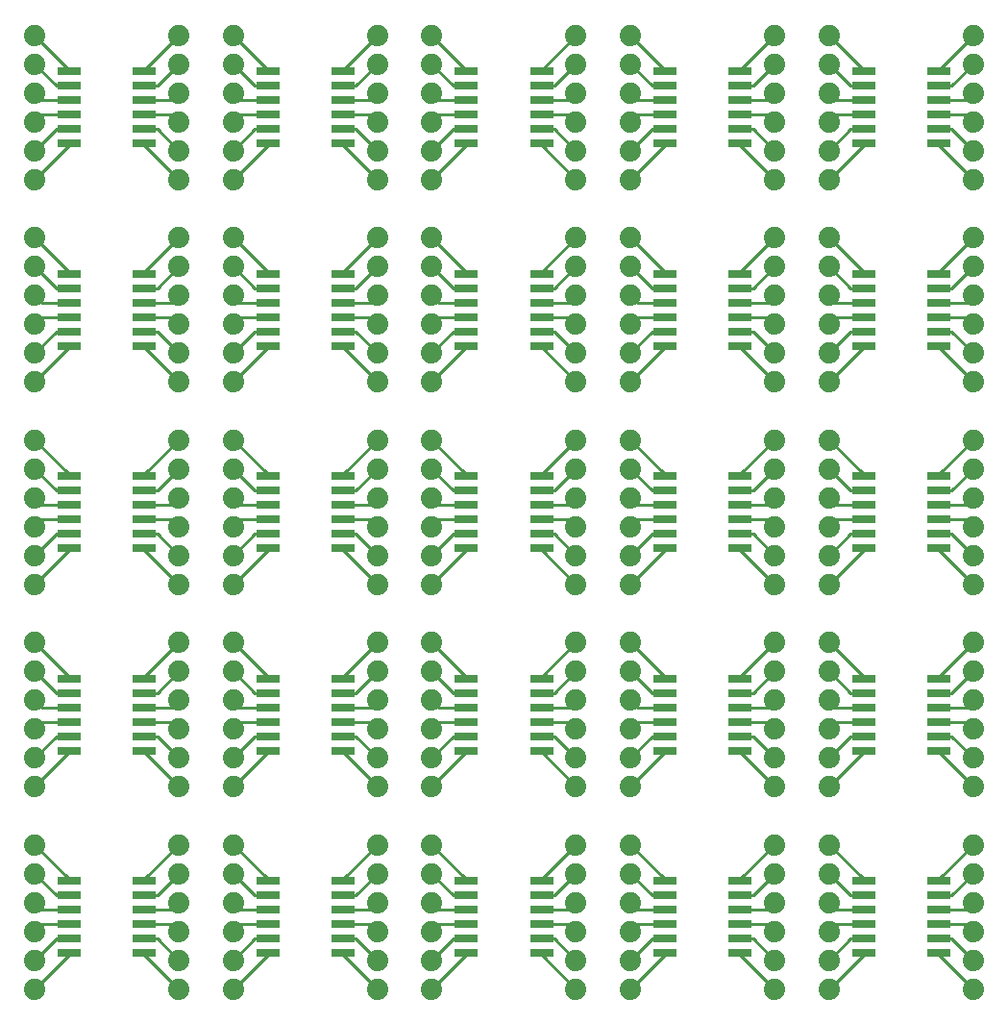
<source format=gbr>
G04 #@! TF.GenerationSoftware,KiCad,Pcbnew,5.1.5-5.1.5*
G04 #@! TF.CreationDate,2020-06-01T10:48:51+10:00*
G04 #@! TF.ProjectId,SOIC12-TSSOP12_panelized,534f4943-3132-42d5-9453-534f5031325f,rev?*
G04 #@! TF.SameCoordinates,Original*
G04 #@! TF.FileFunction,Copper,L1,Top*
G04 #@! TF.FilePolarity,Positive*
%FSLAX46Y46*%
G04 Gerber Fmt 4.6, Leading zero omitted, Abs format (unit mm)*
G04 Created by KiCad (PCBNEW 5.1.5-5.1.5) date 2020-06-01 10:48:51*
%MOMM*%
%LPD*%
G04 APERTURE LIST*
%ADD10C,1.879600*%
%ADD11R,2.032000X0.660400*%
%ADD12C,0.254000*%
G04 APERTURE END LIST*
D10*
X225016108Y-182628608D03*
X225016108Y-180088608D03*
X225016108Y-177548608D03*
X225016108Y-175008608D03*
X225016108Y-172468608D03*
X225016108Y-169928608D03*
X225016108Y-164808606D03*
X225016108Y-162268606D03*
X225016108Y-159728606D03*
X225016108Y-157188606D03*
X225016108Y-154648606D03*
X225016108Y-152108606D03*
X225016108Y-146988604D03*
X225016108Y-144448604D03*
X225016108Y-141908604D03*
X225016108Y-139368604D03*
X225016108Y-136828604D03*
X225016108Y-134288604D03*
X225016108Y-129168602D03*
X225016108Y-126628602D03*
X225016108Y-124088602D03*
X225016108Y-121548602D03*
X225016108Y-119008602D03*
X225016108Y-116468602D03*
X225016108Y-111348600D03*
X225016108Y-108808600D03*
X225016108Y-106268600D03*
X225016108Y-103728600D03*
X225016108Y-101188600D03*
X225016108Y-98648600D03*
X207516106Y-182628608D03*
X207516106Y-180088608D03*
X207516106Y-177548608D03*
X207516106Y-175008608D03*
X207516106Y-172468608D03*
X207516106Y-169928608D03*
X207516106Y-164808606D03*
X207516106Y-162268606D03*
X207516106Y-159728606D03*
X207516106Y-157188606D03*
X207516106Y-154648606D03*
X207516106Y-152108606D03*
X207516106Y-146988604D03*
X207516106Y-144448604D03*
X207516106Y-141908604D03*
X207516106Y-139368604D03*
X207516106Y-136828604D03*
X207516106Y-134288604D03*
X207516106Y-129168602D03*
X207516106Y-126628602D03*
X207516106Y-124088602D03*
X207516106Y-121548602D03*
X207516106Y-119008602D03*
X207516106Y-116468602D03*
X207516106Y-111348600D03*
X207516106Y-108808600D03*
X207516106Y-106268600D03*
X207516106Y-103728600D03*
X207516106Y-101188600D03*
X207516106Y-98648600D03*
X190016104Y-182628608D03*
X190016104Y-180088608D03*
X190016104Y-177548608D03*
X190016104Y-175008608D03*
X190016104Y-172468608D03*
X190016104Y-169928608D03*
X190016104Y-164808606D03*
X190016104Y-162268606D03*
X190016104Y-159728606D03*
X190016104Y-157188606D03*
X190016104Y-154648606D03*
X190016104Y-152108606D03*
X190016104Y-146988604D03*
X190016104Y-144448604D03*
X190016104Y-141908604D03*
X190016104Y-139368604D03*
X190016104Y-136828604D03*
X190016104Y-134288604D03*
X190016104Y-129168602D03*
X190016104Y-126628602D03*
X190016104Y-124088602D03*
X190016104Y-121548602D03*
X190016104Y-119008602D03*
X190016104Y-116468602D03*
X190016104Y-111348600D03*
X190016104Y-108808600D03*
X190016104Y-106268600D03*
X190016104Y-103728600D03*
X190016104Y-101188600D03*
X190016104Y-98648600D03*
X172516102Y-182628608D03*
X172516102Y-180088608D03*
X172516102Y-177548608D03*
X172516102Y-175008608D03*
X172516102Y-172468608D03*
X172516102Y-169928608D03*
X172516102Y-164808606D03*
X172516102Y-162268606D03*
X172516102Y-159728606D03*
X172516102Y-157188606D03*
X172516102Y-154648606D03*
X172516102Y-152108606D03*
X172516102Y-146988604D03*
X172516102Y-144448604D03*
X172516102Y-141908604D03*
X172516102Y-139368604D03*
X172516102Y-136828604D03*
X172516102Y-134288604D03*
X172516102Y-129168602D03*
X172516102Y-126628602D03*
X172516102Y-124088602D03*
X172516102Y-121548602D03*
X172516102Y-119008602D03*
X172516102Y-116468602D03*
X172516102Y-111348600D03*
X172516102Y-108808600D03*
X172516102Y-106268600D03*
X172516102Y-103728600D03*
X172516102Y-101188600D03*
X172516102Y-98648600D03*
X155016100Y-182628608D03*
X155016100Y-180088608D03*
X155016100Y-177548608D03*
X155016100Y-175008608D03*
X155016100Y-172468608D03*
X155016100Y-169928608D03*
X155016100Y-164808606D03*
X155016100Y-162268606D03*
X155016100Y-159728606D03*
X155016100Y-157188606D03*
X155016100Y-154648606D03*
X155016100Y-152108606D03*
X155016100Y-146988604D03*
X155016100Y-144448604D03*
X155016100Y-141908604D03*
X155016100Y-139368604D03*
X155016100Y-136828604D03*
X155016100Y-134288604D03*
X155016100Y-129168602D03*
X155016100Y-126628602D03*
X155016100Y-124088602D03*
X155016100Y-121548602D03*
X155016100Y-119008602D03*
X155016100Y-116468602D03*
X212316108Y-182628608D03*
X212316108Y-180088608D03*
X212316108Y-177548608D03*
X212316108Y-175008608D03*
X212316108Y-172468608D03*
X212316108Y-169928608D03*
X212316108Y-164808606D03*
X212316108Y-162268606D03*
X212316108Y-159728606D03*
X212316108Y-157188606D03*
X212316108Y-154648606D03*
X212316108Y-152108606D03*
X212316108Y-146988604D03*
X212316108Y-144448604D03*
X212316108Y-141908604D03*
X212316108Y-139368604D03*
X212316108Y-136828604D03*
X212316108Y-134288604D03*
X212316108Y-129168602D03*
X212316108Y-126628602D03*
X212316108Y-124088602D03*
X212316108Y-121548602D03*
X212316108Y-119008602D03*
X212316108Y-116468602D03*
X212316108Y-111348600D03*
X212316108Y-108808600D03*
X212316108Y-106268600D03*
X212316108Y-103728600D03*
X212316108Y-101188600D03*
X212316108Y-98648600D03*
X194816106Y-182628608D03*
X194816106Y-180088608D03*
X194816106Y-177548608D03*
X194816106Y-175008608D03*
X194816106Y-172468608D03*
X194816106Y-169928608D03*
X194816106Y-164808606D03*
X194816106Y-162268606D03*
X194816106Y-159728606D03*
X194816106Y-157188606D03*
X194816106Y-154648606D03*
X194816106Y-152108606D03*
X194816106Y-146988604D03*
X194816106Y-144448604D03*
X194816106Y-141908604D03*
X194816106Y-139368604D03*
X194816106Y-136828604D03*
X194816106Y-134288604D03*
X194816106Y-129168602D03*
X194816106Y-126628602D03*
X194816106Y-124088602D03*
X194816106Y-121548602D03*
X194816106Y-119008602D03*
X194816106Y-116468602D03*
X194816106Y-111348600D03*
X194816106Y-108808600D03*
X194816106Y-106268600D03*
X194816106Y-103728600D03*
X194816106Y-101188600D03*
X194816106Y-98648600D03*
X177316104Y-182628608D03*
X177316104Y-180088608D03*
X177316104Y-177548608D03*
X177316104Y-175008608D03*
X177316104Y-172468608D03*
X177316104Y-169928608D03*
X177316104Y-164808606D03*
X177316104Y-162268606D03*
X177316104Y-159728606D03*
X177316104Y-157188606D03*
X177316104Y-154648606D03*
X177316104Y-152108606D03*
X177316104Y-146988604D03*
X177316104Y-144448604D03*
X177316104Y-141908604D03*
X177316104Y-139368604D03*
X177316104Y-136828604D03*
X177316104Y-134288604D03*
X177316104Y-129168602D03*
X177316104Y-126628602D03*
X177316104Y-124088602D03*
X177316104Y-121548602D03*
X177316104Y-119008602D03*
X177316104Y-116468602D03*
X177316104Y-111348600D03*
X177316104Y-108808600D03*
X177316104Y-106268600D03*
X177316104Y-103728600D03*
X177316104Y-101188600D03*
X177316104Y-98648600D03*
X159816102Y-182628608D03*
X159816102Y-180088608D03*
X159816102Y-177548608D03*
X159816102Y-175008608D03*
X159816102Y-172468608D03*
X159816102Y-169928608D03*
X159816102Y-164808606D03*
X159816102Y-162268606D03*
X159816102Y-159728606D03*
X159816102Y-157188606D03*
X159816102Y-154648606D03*
X159816102Y-152108606D03*
X159816102Y-146988604D03*
X159816102Y-144448604D03*
X159816102Y-141908604D03*
X159816102Y-139368604D03*
X159816102Y-136828604D03*
X159816102Y-134288604D03*
X159816102Y-129168602D03*
X159816102Y-126628602D03*
X159816102Y-124088602D03*
X159816102Y-121548602D03*
X159816102Y-119008602D03*
X159816102Y-116468602D03*
X159816102Y-111348600D03*
X159816102Y-108808600D03*
X159816102Y-106268600D03*
X159816102Y-103728600D03*
X159816102Y-101188600D03*
X159816102Y-98648600D03*
X142316100Y-182628608D03*
X142316100Y-180088608D03*
X142316100Y-177548608D03*
X142316100Y-175008608D03*
X142316100Y-172468608D03*
X142316100Y-169928608D03*
X142316100Y-164808606D03*
X142316100Y-162268606D03*
X142316100Y-159728606D03*
X142316100Y-157188606D03*
X142316100Y-154648606D03*
X142316100Y-152108606D03*
X142316100Y-146988604D03*
X142316100Y-144448604D03*
X142316100Y-141908604D03*
X142316100Y-139368604D03*
X142316100Y-136828604D03*
X142316100Y-134288604D03*
X142316100Y-129168602D03*
X142316100Y-126628602D03*
X142316100Y-124088602D03*
X142316100Y-121548602D03*
X142316100Y-119008602D03*
X142316100Y-116468602D03*
D11*
X215351408Y-173103608D03*
X215351408Y-174373608D03*
X215351408Y-175643608D03*
X215351408Y-176913608D03*
X215351408Y-178183608D03*
X215351408Y-179453608D03*
X221980808Y-179453608D03*
X221980808Y-178183608D03*
X221980808Y-176913608D03*
X221980808Y-175643608D03*
X221980808Y-174373608D03*
X221980808Y-173103608D03*
X215351408Y-155283606D03*
X215351408Y-156553606D03*
X215351408Y-157823606D03*
X215351408Y-159093606D03*
X215351408Y-160363606D03*
X215351408Y-161633606D03*
X221980808Y-161633606D03*
X221980808Y-160363606D03*
X221980808Y-159093606D03*
X221980808Y-157823606D03*
X221980808Y-156553606D03*
X221980808Y-155283606D03*
X215351408Y-137463604D03*
X215351408Y-138733604D03*
X215351408Y-140003604D03*
X215351408Y-141273604D03*
X215351408Y-142543604D03*
X215351408Y-143813604D03*
X221980808Y-143813604D03*
X221980808Y-142543604D03*
X221980808Y-141273604D03*
X221980808Y-140003604D03*
X221980808Y-138733604D03*
X221980808Y-137463604D03*
X215351408Y-119643602D03*
X215351408Y-120913602D03*
X215351408Y-122183602D03*
X215351408Y-123453602D03*
X215351408Y-124723602D03*
X215351408Y-125993602D03*
X221980808Y-125993602D03*
X221980808Y-124723602D03*
X221980808Y-123453602D03*
X221980808Y-122183602D03*
X221980808Y-120913602D03*
X221980808Y-119643602D03*
X215351408Y-101823600D03*
X215351408Y-103093600D03*
X215351408Y-104363600D03*
X215351408Y-105633600D03*
X215351408Y-106903600D03*
X215351408Y-108173600D03*
X221980808Y-108173600D03*
X221980808Y-106903600D03*
X221980808Y-105633600D03*
X221980808Y-104363600D03*
X221980808Y-103093600D03*
X221980808Y-101823600D03*
X197851406Y-173103608D03*
X197851406Y-174373608D03*
X197851406Y-175643608D03*
X197851406Y-176913608D03*
X197851406Y-178183608D03*
X197851406Y-179453608D03*
X204480806Y-179453608D03*
X204480806Y-178183608D03*
X204480806Y-176913608D03*
X204480806Y-175643608D03*
X204480806Y-174373608D03*
X204480806Y-173103608D03*
X197851406Y-155283606D03*
X197851406Y-156553606D03*
X197851406Y-157823606D03*
X197851406Y-159093606D03*
X197851406Y-160363606D03*
X197851406Y-161633606D03*
X204480806Y-161633606D03*
X204480806Y-160363606D03*
X204480806Y-159093606D03*
X204480806Y-157823606D03*
X204480806Y-156553606D03*
X204480806Y-155283606D03*
X197851406Y-137463604D03*
X197851406Y-138733604D03*
X197851406Y-140003604D03*
X197851406Y-141273604D03*
X197851406Y-142543604D03*
X197851406Y-143813604D03*
X204480806Y-143813604D03*
X204480806Y-142543604D03*
X204480806Y-141273604D03*
X204480806Y-140003604D03*
X204480806Y-138733604D03*
X204480806Y-137463604D03*
X197851406Y-119643602D03*
X197851406Y-120913602D03*
X197851406Y-122183602D03*
X197851406Y-123453602D03*
X197851406Y-124723602D03*
X197851406Y-125993602D03*
X204480806Y-125993602D03*
X204480806Y-124723602D03*
X204480806Y-123453602D03*
X204480806Y-122183602D03*
X204480806Y-120913602D03*
X204480806Y-119643602D03*
X197851406Y-101823600D03*
X197851406Y-103093600D03*
X197851406Y-104363600D03*
X197851406Y-105633600D03*
X197851406Y-106903600D03*
X197851406Y-108173600D03*
X204480806Y-108173600D03*
X204480806Y-106903600D03*
X204480806Y-105633600D03*
X204480806Y-104363600D03*
X204480806Y-103093600D03*
X204480806Y-101823600D03*
X180351404Y-173103608D03*
X180351404Y-174373608D03*
X180351404Y-175643608D03*
X180351404Y-176913608D03*
X180351404Y-178183608D03*
X180351404Y-179453608D03*
X186980804Y-179453608D03*
X186980804Y-178183608D03*
X186980804Y-176913608D03*
X186980804Y-175643608D03*
X186980804Y-174373608D03*
X186980804Y-173103608D03*
X180351404Y-155283606D03*
X180351404Y-156553606D03*
X180351404Y-157823606D03*
X180351404Y-159093606D03*
X180351404Y-160363606D03*
X180351404Y-161633606D03*
X186980804Y-161633606D03*
X186980804Y-160363606D03*
X186980804Y-159093606D03*
X186980804Y-157823606D03*
X186980804Y-156553606D03*
X186980804Y-155283606D03*
X180351404Y-137463604D03*
X180351404Y-138733604D03*
X180351404Y-140003604D03*
X180351404Y-141273604D03*
X180351404Y-142543604D03*
X180351404Y-143813604D03*
X186980804Y-143813604D03*
X186980804Y-142543604D03*
X186980804Y-141273604D03*
X186980804Y-140003604D03*
X186980804Y-138733604D03*
X186980804Y-137463604D03*
X180351404Y-119643602D03*
X180351404Y-120913602D03*
X180351404Y-122183602D03*
X180351404Y-123453602D03*
X180351404Y-124723602D03*
X180351404Y-125993602D03*
X186980804Y-125993602D03*
X186980804Y-124723602D03*
X186980804Y-123453602D03*
X186980804Y-122183602D03*
X186980804Y-120913602D03*
X186980804Y-119643602D03*
X180351404Y-101823600D03*
X180351404Y-103093600D03*
X180351404Y-104363600D03*
X180351404Y-105633600D03*
X180351404Y-106903600D03*
X180351404Y-108173600D03*
X186980804Y-108173600D03*
X186980804Y-106903600D03*
X186980804Y-105633600D03*
X186980804Y-104363600D03*
X186980804Y-103093600D03*
X186980804Y-101823600D03*
X162851402Y-173103608D03*
X162851402Y-174373608D03*
X162851402Y-175643608D03*
X162851402Y-176913608D03*
X162851402Y-178183608D03*
X162851402Y-179453608D03*
X169480802Y-179453608D03*
X169480802Y-178183608D03*
X169480802Y-176913608D03*
X169480802Y-175643608D03*
X169480802Y-174373608D03*
X169480802Y-173103608D03*
X162851402Y-155283606D03*
X162851402Y-156553606D03*
X162851402Y-157823606D03*
X162851402Y-159093606D03*
X162851402Y-160363606D03*
X162851402Y-161633606D03*
X169480802Y-161633606D03*
X169480802Y-160363606D03*
X169480802Y-159093606D03*
X169480802Y-157823606D03*
X169480802Y-156553606D03*
X169480802Y-155283606D03*
X162851402Y-137463604D03*
X162851402Y-138733604D03*
X162851402Y-140003604D03*
X162851402Y-141273604D03*
X162851402Y-142543604D03*
X162851402Y-143813604D03*
X169480802Y-143813604D03*
X169480802Y-142543604D03*
X169480802Y-141273604D03*
X169480802Y-140003604D03*
X169480802Y-138733604D03*
X169480802Y-137463604D03*
X162851402Y-119643602D03*
X162851402Y-120913602D03*
X162851402Y-122183602D03*
X162851402Y-123453602D03*
X162851402Y-124723602D03*
X162851402Y-125993602D03*
X169480802Y-125993602D03*
X169480802Y-124723602D03*
X169480802Y-123453602D03*
X169480802Y-122183602D03*
X169480802Y-120913602D03*
X169480802Y-119643602D03*
X162851402Y-101823600D03*
X162851402Y-103093600D03*
X162851402Y-104363600D03*
X162851402Y-105633600D03*
X162851402Y-106903600D03*
X162851402Y-108173600D03*
X169480802Y-108173600D03*
X169480802Y-106903600D03*
X169480802Y-105633600D03*
X169480802Y-104363600D03*
X169480802Y-103093600D03*
X169480802Y-101823600D03*
X145351400Y-173103608D03*
X145351400Y-174373608D03*
X145351400Y-175643608D03*
X145351400Y-176913608D03*
X145351400Y-178183608D03*
X145351400Y-179453608D03*
X151980800Y-179453608D03*
X151980800Y-178183608D03*
X151980800Y-176913608D03*
X151980800Y-175643608D03*
X151980800Y-174373608D03*
X151980800Y-173103608D03*
X145351400Y-155283606D03*
X145351400Y-156553606D03*
X145351400Y-157823606D03*
X145351400Y-159093606D03*
X145351400Y-160363606D03*
X145351400Y-161633606D03*
X151980800Y-161633606D03*
X151980800Y-160363606D03*
X151980800Y-159093606D03*
X151980800Y-157823606D03*
X151980800Y-156553606D03*
X151980800Y-155283606D03*
X145351400Y-137463604D03*
X145351400Y-138733604D03*
X145351400Y-140003604D03*
X145351400Y-141273604D03*
X145351400Y-142543604D03*
X145351400Y-143813604D03*
X151980800Y-143813604D03*
X151980800Y-142543604D03*
X151980800Y-141273604D03*
X151980800Y-140003604D03*
X151980800Y-138733604D03*
X151980800Y-137463604D03*
X145351400Y-119643602D03*
X145351400Y-120913602D03*
X145351400Y-122183602D03*
X145351400Y-123453602D03*
X145351400Y-124723602D03*
X145351400Y-125993602D03*
X151980800Y-125993602D03*
X151980800Y-124723602D03*
X151980800Y-123453602D03*
X151980800Y-122183602D03*
X151980800Y-120913602D03*
X151980800Y-119643602D03*
X151980800Y-101823600D03*
X151980800Y-103093600D03*
X151980800Y-104363600D03*
X151980800Y-105633600D03*
X151980800Y-106903600D03*
X151980800Y-108173600D03*
X145351400Y-108173600D03*
X145351400Y-106903600D03*
X145351400Y-105633600D03*
X145351400Y-104363600D03*
X145351400Y-103093600D03*
X145351400Y-101823600D03*
D10*
X142316100Y-98648600D03*
X142316100Y-101188600D03*
X142316100Y-103728600D03*
X142316100Y-106268600D03*
X142316100Y-108808600D03*
X142316100Y-111348600D03*
X155016100Y-98648600D03*
X155016100Y-101188600D03*
X155016100Y-103728600D03*
X155016100Y-106268600D03*
X155016100Y-108808600D03*
X155016100Y-111348600D03*
D12*
X151980800Y-101823600D02*
X151980800Y-101683900D01*
X151980800Y-101683900D02*
X155016100Y-98648600D01*
X151980800Y-119643602D02*
X151980800Y-119503902D01*
X151980800Y-137463604D02*
X151980800Y-137323904D01*
X151980800Y-155283606D02*
X151980800Y-155143906D01*
X151980800Y-173103608D02*
X151980800Y-172963908D01*
X169480802Y-101823600D02*
X169480802Y-101683900D01*
X169480802Y-119643602D02*
X169480802Y-119503902D01*
X169480802Y-137463604D02*
X169480802Y-137323904D01*
X169480802Y-155283606D02*
X169480802Y-155143906D01*
X169480802Y-173103608D02*
X169480802Y-172963908D01*
X186980804Y-101823600D02*
X186980804Y-101683900D01*
X186980804Y-119643602D02*
X186980804Y-119503902D01*
X186980804Y-137463604D02*
X186980804Y-137323904D01*
X186980804Y-155283606D02*
X186980804Y-155143906D01*
X186980804Y-173103608D02*
X186980804Y-172963908D01*
X204480806Y-101823600D02*
X204480806Y-101683900D01*
X204480806Y-119643602D02*
X204480806Y-119503902D01*
X204480806Y-137463604D02*
X204480806Y-137323904D01*
X204480806Y-155283606D02*
X204480806Y-155143906D01*
X204480806Y-173103608D02*
X204480806Y-172963908D01*
X221980808Y-101823600D02*
X221980808Y-101683900D01*
X221980808Y-119643602D02*
X221980808Y-119503902D01*
X221980808Y-137463604D02*
X221980808Y-137323904D01*
X221980808Y-155283606D02*
X221980808Y-155143906D01*
X221980808Y-173103608D02*
X221980808Y-172963908D01*
X151980800Y-119503902D02*
X155016100Y-116468602D01*
X151980800Y-137323904D02*
X155016100Y-134288604D01*
X151980800Y-155143906D02*
X155016100Y-152108606D01*
X151980800Y-172963908D02*
X155016100Y-169928608D01*
X169480802Y-101683900D02*
X172516102Y-98648600D01*
X169480802Y-119503902D02*
X172516102Y-116468602D01*
X169480802Y-137323904D02*
X172516102Y-134288604D01*
X169480802Y-155143906D02*
X172516102Y-152108606D01*
X169480802Y-172963908D02*
X172516102Y-169928608D01*
X186980804Y-101683900D02*
X190016104Y-98648600D01*
X186980804Y-119503902D02*
X190016104Y-116468602D01*
X186980804Y-137323904D02*
X190016104Y-134288604D01*
X186980804Y-155143906D02*
X190016104Y-152108606D01*
X186980804Y-172963908D02*
X190016104Y-169928608D01*
X204480806Y-101683900D02*
X207516106Y-98648600D01*
X204480806Y-119503902D02*
X207516106Y-116468602D01*
X204480806Y-137323904D02*
X207516106Y-134288604D01*
X204480806Y-155143906D02*
X207516106Y-152108606D01*
X204480806Y-172963908D02*
X207516106Y-169928608D01*
X221980808Y-101683900D02*
X225016108Y-98648600D01*
X221980808Y-119503902D02*
X225016108Y-116468602D01*
X221980808Y-137323904D02*
X225016108Y-134288604D01*
X221980808Y-155143906D02*
X225016108Y-152108606D01*
X221980808Y-172963908D02*
X225016108Y-169928608D01*
X151980800Y-103093600D02*
X153111100Y-103093600D01*
X153111100Y-103093600D02*
X155016100Y-101188600D01*
X151980800Y-120913602D02*
X153111100Y-120913602D01*
X151980800Y-138733604D02*
X153111100Y-138733604D01*
X151980800Y-156553606D02*
X153111100Y-156553606D01*
X151980800Y-174373608D02*
X153111100Y-174373608D01*
X169480802Y-103093600D02*
X170611102Y-103093600D01*
X169480802Y-120913602D02*
X170611102Y-120913602D01*
X169480802Y-138733604D02*
X170611102Y-138733604D01*
X169480802Y-156553606D02*
X170611102Y-156553606D01*
X169480802Y-174373608D02*
X170611102Y-174373608D01*
X186980804Y-103093600D02*
X188111104Y-103093600D01*
X186980804Y-120913602D02*
X188111104Y-120913602D01*
X186980804Y-138733604D02*
X188111104Y-138733604D01*
X186980804Y-156553606D02*
X188111104Y-156553606D01*
X186980804Y-174373608D02*
X188111104Y-174373608D01*
X204480806Y-103093600D02*
X205611106Y-103093600D01*
X204480806Y-120913602D02*
X205611106Y-120913602D01*
X204480806Y-138733604D02*
X205611106Y-138733604D01*
X204480806Y-156553606D02*
X205611106Y-156553606D01*
X204480806Y-174373608D02*
X205611106Y-174373608D01*
X221980808Y-103093600D02*
X223111108Y-103093600D01*
X221980808Y-120913602D02*
X223111108Y-120913602D01*
X221980808Y-138733604D02*
X223111108Y-138733604D01*
X221980808Y-156553606D02*
X223111108Y-156553606D01*
X221980808Y-174373608D02*
X223111108Y-174373608D01*
X153111100Y-120913602D02*
X155016100Y-119008602D01*
X153111100Y-138733604D02*
X155016100Y-136828604D01*
X153111100Y-156553606D02*
X155016100Y-154648606D01*
X153111100Y-174373608D02*
X155016100Y-172468608D01*
X170611102Y-103093600D02*
X172516102Y-101188600D01*
X170611102Y-120913602D02*
X172516102Y-119008602D01*
X170611102Y-138733604D02*
X172516102Y-136828604D01*
X170611102Y-156553606D02*
X172516102Y-154648606D01*
X170611102Y-174373608D02*
X172516102Y-172468608D01*
X188111104Y-103093600D02*
X190016104Y-101188600D01*
X188111104Y-120913602D02*
X190016104Y-119008602D01*
X188111104Y-138733604D02*
X190016104Y-136828604D01*
X188111104Y-156553606D02*
X190016104Y-154648606D01*
X188111104Y-174373608D02*
X190016104Y-172468608D01*
X205611106Y-103093600D02*
X207516106Y-101188600D01*
X205611106Y-120913602D02*
X207516106Y-119008602D01*
X205611106Y-138733604D02*
X207516106Y-136828604D01*
X205611106Y-156553606D02*
X207516106Y-154648606D01*
X205611106Y-174373608D02*
X207516106Y-172468608D01*
X223111108Y-103093600D02*
X225016108Y-101188600D01*
X223111108Y-120913602D02*
X225016108Y-119008602D01*
X223111108Y-138733604D02*
X225016108Y-136828604D01*
X223111108Y-156553606D02*
X225016108Y-154648606D01*
X223111108Y-174373608D02*
X225016108Y-172468608D01*
X151980800Y-104363600D02*
X154381100Y-104363600D01*
X154381100Y-104363600D02*
X155016100Y-103728600D01*
X151980800Y-122183602D02*
X154381100Y-122183602D01*
X151980800Y-140003604D02*
X154381100Y-140003604D01*
X151980800Y-157823606D02*
X154381100Y-157823606D01*
X151980800Y-175643608D02*
X154381100Y-175643608D01*
X169480802Y-104363600D02*
X171881102Y-104363600D01*
X169480802Y-122183602D02*
X171881102Y-122183602D01*
X169480802Y-140003604D02*
X171881102Y-140003604D01*
X169480802Y-157823606D02*
X171881102Y-157823606D01*
X169480802Y-175643608D02*
X171881102Y-175643608D01*
X186980804Y-104363600D02*
X189381104Y-104363600D01*
X186980804Y-122183602D02*
X189381104Y-122183602D01*
X186980804Y-140003604D02*
X189381104Y-140003604D01*
X186980804Y-157823606D02*
X189381104Y-157823606D01*
X186980804Y-175643608D02*
X189381104Y-175643608D01*
X204480806Y-104363600D02*
X206881106Y-104363600D01*
X204480806Y-122183602D02*
X206881106Y-122183602D01*
X204480806Y-140003604D02*
X206881106Y-140003604D01*
X204480806Y-157823606D02*
X206881106Y-157823606D01*
X204480806Y-175643608D02*
X206881106Y-175643608D01*
X221980808Y-104363600D02*
X224381108Y-104363600D01*
X221980808Y-122183602D02*
X224381108Y-122183602D01*
X221980808Y-140003604D02*
X224381108Y-140003604D01*
X221980808Y-157823606D02*
X224381108Y-157823606D01*
X221980808Y-175643608D02*
X224381108Y-175643608D01*
X154381100Y-122183602D02*
X155016100Y-121548602D01*
X154381100Y-140003604D02*
X155016100Y-139368604D01*
X154381100Y-157823606D02*
X155016100Y-157188606D01*
X154381100Y-175643608D02*
X155016100Y-175008608D01*
X171881102Y-104363600D02*
X172516102Y-103728600D01*
X171881102Y-122183602D02*
X172516102Y-121548602D01*
X171881102Y-140003604D02*
X172516102Y-139368604D01*
X171881102Y-157823606D02*
X172516102Y-157188606D01*
X171881102Y-175643608D02*
X172516102Y-175008608D01*
X189381104Y-104363600D02*
X190016104Y-103728600D01*
X189381104Y-122183602D02*
X190016104Y-121548602D01*
X189381104Y-140003604D02*
X190016104Y-139368604D01*
X189381104Y-157823606D02*
X190016104Y-157188606D01*
X189381104Y-175643608D02*
X190016104Y-175008608D01*
X206881106Y-104363600D02*
X207516106Y-103728600D01*
X206881106Y-122183602D02*
X207516106Y-121548602D01*
X206881106Y-140003604D02*
X207516106Y-139368604D01*
X206881106Y-157823606D02*
X207516106Y-157188606D01*
X206881106Y-175643608D02*
X207516106Y-175008608D01*
X224381108Y-104363600D02*
X225016108Y-103728600D01*
X224381108Y-122183602D02*
X225016108Y-121548602D01*
X224381108Y-140003604D02*
X225016108Y-139368604D01*
X224381108Y-157823606D02*
X225016108Y-157188606D01*
X224381108Y-175643608D02*
X225016108Y-175008608D01*
X151980800Y-105633600D02*
X154381100Y-105633600D01*
X154381100Y-105633600D02*
X155016100Y-106268600D01*
X151980800Y-123453602D02*
X154381100Y-123453602D01*
X151980800Y-141273604D02*
X154381100Y-141273604D01*
X151980800Y-159093606D02*
X154381100Y-159093606D01*
X151980800Y-176913608D02*
X154381100Y-176913608D01*
X169480802Y-105633600D02*
X171881102Y-105633600D01*
X169480802Y-123453602D02*
X171881102Y-123453602D01*
X169480802Y-141273604D02*
X171881102Y-141273604D01*
X169480802Y-159093606D02*
X171881102Y-159093606D01*
X169480802Y-176913608D02*
X171881102Y-176913608D01*
X186980804Y-105633600D02*
X189381104Y-105633600D01*
X186980804Y-123453602D02*
X189381104Y-123453602D01*
X186980804Y-141273604D02*
X189381104Y-141273604D01*
X186980804Y-159093606D02*
X189381104Y-159093606D01*
X186980804Y-176913608D02*
X189381104Y-176913608D01*
X204480806Y-105633600D02*
X206881106Y-105633600D01*
X204480806Y-123453602D02*
X206881106Y-123453602D01*
X204480806Y-141273604D02*
X206881106Y-141273604D01*
X204480806Y-159093606D02*
X206881106Y-159093606D01*
X204480806Y-176913608D02*
X206881106Y-176913608D01*
X221980808Y-105633600D02*
X224381108Y-105633600D01*
X221980808Y-123453602D02*
X224381108Y-123453602D01*
X221980808Y-141273604D02*
X224381108Y-141273604D01*
X221980808Y-159093606D02*
X224381108Y-159093606D01*
X221980808Y-176913608D02*
X224381108Y-176913608D01*
X154381100Y-123453602D02*
X155016100Y-124088602D01*
X154381100Y-141273604D02*
X155016100Y-141908604D01*
X154381100Y-159093606D02*
X155016100Y-159728606D01*
X154381100Y-176913608D02*
X155016100Y-177548608D01*
X171881102Y-105633600D02*
X172516102Y-106268600D01*
X171881102Y-123453602D02*
X172516102Y-124088602D01*
X171881102Y-141273604D02*
X172516102Y-141908604D01*
X171881102Y-159093606D02*
X172516102Y-159728606D01*
X171881102Y-176913608D02*
X172516102Y-177548608D01*
X189381104Y-105633600D02*
X190016104Y-106268600D01*
X189381104Y-123453602D02*
X190016104Y-124088602D01*
X189381104Y-141273604D02*
X190016104Y-141908604D01*
X189381104Y-159093606D02*
X190016104Y-159728606D01*
X189381104Y-176913608D02*
X190016104Y-177548608D01*
X206881106Y-105633600D02*
X207516106Y-106268600D01*
X206881106Y-123453602D02*
X207516106Y-124088602D01*
X206881106Y-141273604D02*
X207516106Y-141908604D01*
X206881106Y-159093606D02*
X207516106Y-159728606D01*
X206881106Y-176913608D02*
X207516106Y-177548608D01*
X224381108Y-105633600D02*
X225016108Y-106268600D01*
X224381108Y-123453602D02*
X225016108Y-124088602D01*
X224381108Y-141273604D02*
X225016108Y-141908604D01*
X224381108Y-159093606D02*
X225016108Y-159728606D01*
X224381108Y-176913608D02*
X225016108Y-177548608D01*
X151980800Y-106903600D02*
X153111100Y-106903600D01*
X153111100Y-106903600D02*
X155016100Y-108808600D01*
X151980800Y-124723602D02*
X153111100Y-124723602D01*
X151980800Y-142543604D02*
X153111100Y-142543604D01*
X151980800Y-160363606D02*
X153111100Y-160363606D01*
X151980800Y-178183608D02*
X153111100Y-178183608D01*
X169480802Y-106903600D02*
X170611102Y-106903600D01*
X169480802Y-124723602D02*
X170611102Y-124723602D01*
X169480802Y-142543604D02*
X170611102Y-142543604D01*
X169480802Y-160363606D02*
X170611102Y-160363606D01*
X169480802Y-178183608D02*
X170611102Y-178183608D01*
X186980804Y-106903600D02*
X188111104Y-106903600D01*
X186980804Y-124723602D02*
X188111104Y-124723602D01*
X186980804Y-142543604D02*
X188111104Y-142543604D01*
X186980804Y-160363606D02*
X188111104Y-160363606D01*
X186980804Y-178183608D02*
X188111104Y-178183608D01*
X204480806Y-106903600D02*
X205611106Y-106903600D01*
X204480806Y-124723602D02*
X205611106Y-124723602D01*
X204480806Y-142543604D02*
X205611106Y-142543604D01*
X204480806Y-160363606D02*
X205611106Y-160363606D01*
X204480806Y-178183608D02*
X205611106Y-178183608D01*
X221980808Y-106903600D02*
X223111108Y-106903600D01*
X221980808Y-124723602D02*
X223111108Y-124723602D01*
X221980808Y-142543604D02*
X223111108Y-142543604D01*
X221980808Y-160363606D02*
X223111108Y-160363606D01*
X221980808Y-178183608D02*
X223111108Y-178183608D01*
X153111100Y-124723602D02*
X155016100Y-126628602D01*
X153111100Y-142543604D02*
X155016100Y-144448604D01*
X153111100Y-160363606D02*
X155016100Y-162268606D01*
X153111100Y-178183608D02*
X155016100Y-180088608D01*
X170611102Y-106903600D02*
X172516102Y-108808600D01*
X170611102Y-124723602D02*
X172516102Y-126628602D01*
X170611102Y-142543604D02*
X172516102Y-144448604D01*
X170611102Y-160363606D02*
X172516102Y-162268606D01*
X170611102Y-178183608D02*
X172516102Y-180088608D01*
X188111104Y-106903600D02*
X190016104Y-108808600D01*
X188111104Y-124723602D02*
X190016104Y-126628602D01*
X188111104Y-142543604D02*
X190016104Y-144448604D01*
X188111104Y-160363606D02*
X190016104Y-162268606D01*
X188111104Y-178183608D02*
X190016104Y-180088608D01*
X205611106Y-106903600D02*
X207516106Y-108808600D01*
X205611106Y-124723602D02*
X207516106Y-126628602D01*
X205611106Y-142543604D02*
X207516106Y-144448604D01*
X205611106Y-160363606D02*
X207516106Y-162268606D01*
X205611106Y-178183608D02*
X207516106Y-180088608D01*
X223111108Y-106903600D02*
X225016108Y-108808600D01*
X223111108Y-124723602D02*
X225016108Y-126628602D01*
X223111108Y-142543604D02*
X225016108Y-144448604D01*
X223111108Y-160363606D02*
X225016108Y-162268606D01*
X223111108Y-178183608D02*
X225016108Y-180088608D01*
X151980800Y-108173600D02*
X151980800Y-108313300D01*
X151980800Y-108313300D02*
X155016100Y-111348600D01*
X151980800Y-125993602D02*
X151980800Y-126133302D01*
X151980800Y-143813604D02*
X151980800Y-143953304D01*
X151980800Y-161633606D02*
X151980800Y-161773306D01*
X151980800Y-179453608D02*
X151980800Y-179593308D01*
X169480802Y-108173600D02*
X169480802Y-108313300D01*
X169480802Y-125993602D02*
X169480802Y-126133302D01*
X169480802Y-143813604D02*
X169480802Y-143953304D01*
X169480802Y-161633606D02*
X169480802Y-161773306D01*
X169480802Y-179453608D02*
X169480802Y-179593308D01*
X186980804Y-108173600D02*
X186980804Y-108313300D01*
X186980804Y-125993602D02*
X186980804Y-126133302D01*
X186980804Y-143813604D02*
X186980804Y-143953304D01*
X186980804Y-161633606D02*
X186980804Y-161773306D01*
X186980804Y-179453608D02*
X186980804Y-179593308D01*
X204480806Y-108173600D02*
X204480806Y-108313300D01*
X204480806Y-125993602D02*
X204480806Y-126133302D01*
X204480806Y-143813604D02*
X204480806Y-143953304D01*
X204480806Y-161633606D02*
X204480806Y-161773306D01*
X204480806Y-179453608D02*
X204480806Y-179593308D01*
X221980808Y-108173600D02*
X221980808Y-108313300D01*
X221980808Y-125993602D02*
X221980808Y-126133302D01*
X221980808Y-143813604D02*
X221980808Y-143953304D01*
X221980808Y-161633606D02*
X221980808Y-161773306D01*
X221980808Y-179453608D02*
X221980808Y-179593308D01*
X151980800Y-126133302D02*
X155016100Y-129168602D01*
X151980800Y-143953304D02*
X155016100Y-146988604D01*
X151980800Y-161773306D02*
X155016100Y-164808606D01*
X151980800Y-179593308D02*
X155016100Y-182628608D01*
X169480802Y-108313300D02*
X172516102Y-111348600D01*
X169480802Y-126133302D02*
X172516102Y-129168602D01*
X169480802Y-143953304D02*
X172516102Y-146988604D01*
X169480802Y-161773306D02*
X172516102Y-164808606D01*
X169480802Y-179593308D02*
X172516102Y-182628608D01*
X186980804Y-108313300D02*
X190016104Y-111348600D01*
X186980804Y-126133302D02*
X190016104Y-129168602D01*
X186980804Y-143953304D02*
X190016104Y-146988604D01*
X186980804Y-161773306D02*
X190016104Y-164808606D01*
X186980804Y-179593308D02*
X190016104Y-182628608D01*
X204480806Y-108313300D02*
X207516106Y-111348600D01*
X204480806Y-126133302D02*
X207516106Y-129168602D01*
X204480806Y-143953304D02*
X207516106Y-146988604D01*
X204480806Y-161773306D02*
X207516106Y-164808606D01*
X204480806Y-179593308D02*
X207516106Y-182628608D01*
X221980808Y-108313300D02*
X225016108Y-111348600D01*
X221980808Y-126133302D02*
X225016108Y-129168602D01*
X221980808Y-143953304D02*
X225016108Y-146988604D01*
X221980808Y-161773306D02*
X225016108Y-164808606D01*
X221980808Y-179593308D02*
X225016108Y-182628608D01*
X145351400Y-108173600D02*
X145351400Y-108313300D01*
X145351400Y-108313300D02*
X142316100Y-111348600D01*
X145351400Y-125993602D02*
X145351400Y-126133302D01*
X145351400Y-143813604D02*
X145351400Y-143953304D01*
X145351400Y-161633606D02*
X145351400Y-161773306D01*
X145351400Y-179453608D02*
X145351400Y-179593308D01*
X162851402Y-108173600D02*
X162851402Y-108313300D01*
X162851402Y-125993602D02*
X162851402Y-126133302D01*
X162851402Y-143813604D02*
X162851402Y-143953304D01*
X162851402Y-161633606D02*
X162851402Y-161773306D01*
X162851402Y-179453608D02*
X162851402Y-179593308D01*
X180351404Y-108173600D02*
X180351404Y-108313300D01*
X180351404Y-125993602D02*
X180351404Y-126133302D01*
X180351404Y-143813604D02*
X180351404Y-143953304D01*
X180351404Y-161633606D02*
X180351404Y-161773306D01*
X180351404Y-179453608D02*
X180351404Y-179593308D01*
X197851406Y-108173600D02*
X197851406Y-108313300D01*
X197851406Y-125993602D02*
X197851406Y-126133302D01*
X197851406Y-143813604D02*
X197851406Y-143953304D01*
X197851406Y-161633606D02*
X197851406Y-161773306D01*
X197851406Y-179453608D02*
X197851406Y-179593308D01*
X215351408Y-108173600D02*
X215351408Y-108313300D01*
X215351408Y-125993602D02*
X215351408Y-126133302D01*
X215351408Y-143813604D02*
X215351408Y-143953304D01*
X215351408Y-161633606D02*
X215351408Y-161773306D01*
X215351408Y-179453608D02*
X215351408Y-179593308D01*
X145351400Y-126133302D02*
X142316100Y-129168602D01*
X145351400Y-143953304D02*
X142316100Y-146988604D01*
X145351400Y-161773306D02*
X142316100Y-164808606D01*
X145351400Y-179593308D02*
X142316100Y-182628608D01*
X162851402Y-108313300D02*
X159816102Y-111348600D01*
X162851402Y-126133302D02*
X159816102Y-129168602D01*
X162851402Y-143953304D02*
X159816102Y-146988604D01*
X162851402Y-161773306D02*
X159816102Y-164808606D01*
X162851402Y-179593308D02*
X159816102Y-182628608D01*
X180351404Y-108313300D02*
X177316104Y-111348600D01*
X180351404Y-126133302D02*
X177316104Y-129168602D01*
X180351404Y-143953304D02*
X177316104Y-146988604D01*
X180351404Y-161773306D02*
X177316104Y-164808606D01*
X180351404Y-179593308D02*
X177316104Y-182628608D01*
X197851406Y-108313300D02*
X194816106Y-111348600D01*
X197851406Y-126133302D02*
X194816106Y-129168602D01*
X197851406Y-143953304D02*
X194816106Y-146988604D01*
X197851406Y-161773306D02*
X194816106Y-164808606D01*
X197851406Y-179593308D02*
X194816106Y-182628608D01*
X215351408Y-108313300D02*
X212316108Y-111348600D01*
X215351408Y-126133302D02*
X212316108Y-129168602D01*
X215351408Y-143953304D02*
X212316108Y-146988604D01*
X215351408Y-161773306D02*
X212316108Y-164808606D01*
X215351408Y-179593308D02*
X212316108Y-182628608D01*
X145351400Y-106903600D02*
X144221100Y-106903600D01*
X144221100Y-106903600D02*
X142316100Y-108808600D01*
X145351400Y-124723602D02*
X144221100Y-124723602D01*
X145351400Y-142543604D02*
X144221100Y-142543604D01*
X145351400Y-160363606D02*
X144221100Y-160363606D01*
X145351400Y-178183608D02*
X144221100Y-178183608D01*
X162851402Y-106903600D02*
X161721102Y-106903600D01*
X162851402Y-124723602D02*
X161721102Y-124723602D01*
X162851402Y-142543604D02*
X161721102Y-142543604D01*
X162851402Y-160363606D02*
X161721102Y-160363606D01*
X162851402Y-178183608D02*
X161721102Y-178183608D01*
X180351404Y-106903600D02*
X179221104Y-106903600D01*
X180351404Y-124723602D02*
X179221104Y-124723602D01*
X180351404Y-142543604D02*
X179221104Y-142543604D01*
X180351404Y-160363606D02*
X179221104Y-160363606D01*
X180351404Y-178183608D02*
X179221104Y-178183608D01*
X197851406Y-106903600D02*
X196721106Y-106903600D01*
X197851406Y-124723602D02*
X196721106Y-124723602D01*
X197851406Y-142543604D02*
X196721106Y-142543604D01*
X197851406Y-160363606D02*
X196721106Y-160363606D01*
X197851406Y-178183608D02*
X196721106Y-178183608D01*
X215351408Y-106903600D02*
X214221108Y-106903600D01*
X215351408Y-124723602D02*
X214221108Y-124723602D01*
X215351408Y-142543604D02*
X214221108Y-142543604D01*
X215351408Y-160363606D02*
X214221108Y-160363606D01*
X215351408Y-178183608D02*
X214221108Y-178183608D01*
X144221100Y-124723602D02*
X142316100Y-126628602D01*
X144221100Y-142543604D02*
X142316100Y-144448604D01*
X144221100Y-160363606D02*
X142316100Y-162268606D01*
X144221100Y-178183608D02*
X142316100Y-180088608D01*
X161721102Y-106903600D02*
X159816102Y-108808600D01*
X161721102Y-124723602D02*
X159816102Y-126628602D01*
X161721102Y-142543604D02*
X159816102Y-144448604D01*
X161721102Y-160363606D02*
X159816102Y-162268606D01*
X161721102Y-178183608D02*
X159816102Y-180088608D01*
X179221104Y-106903600D02*
X177316104Y-108808600D01*
X179221104Y-124723602D02*
X177316104Y-126628602D01*
X179221104Y-142543604D02*
X177316104Y-144448604D01*
X179221104Y-160363606D02*
X177316104Y-162268606D01*
X179221104Y-178183608D02*
X177316104Y-180088608D01*
X196721106Y-106903600D02*
X194816106Y-108808600D01*
X196721106Y-124723602D02*
X194816106Y-126628602D01*
X196721106Y-142543604D02*
X194816106Y-144448604D01*
X196721106Y-160363606D02*
X194816106Y-162268606D01*
X196721106Y-178183608D02*
X194816106Y-180088608D01*
X214221108Y-106903600D02*
X212316108Y-108808600D01*
X214221108Y-124723602D02*
X212316108Y-126628602D01*
X214221108Y-142543604D02*
X212316108Y-144448604D01*
X214221108Y-160363606D02*
X212316108Y-162268606D01*
X214221108Y-178183608D02*
X212316108Y-180088608D01*
X145351400Y-105633600D02*
X142951100Y-105633600D01*
X142951100Y-105633600D02*
X142316100Y-106268600D01*
X145351400Y-123453602D02*
X142951100Y-123453602D01*
X145351400Y-141273604D02*
X142951100Y-141273604D01*
X145351400Y-159093606D02*
X142951100Y-159093606D01*
X145351400Y-176913608D02*
X142951100Y-176913608D01*
X162851402Y-105633600D02*
X160451102Y-105633600D01*
X162851402Y-123453602D02*
X160451102Y-123453602D01*
X162851402Y-141273604D02*
X160451102Y-141273604D01*
X162851402Y-159093606D02*
X160451102Y-159093606D01*
X162851402Y-176913608D02*
X160451102Y-176913608D01*
X180351404Y-105633600D02*
X177951104Y-105633600D01*
X180351404Y-123453602D02*
X177951104Y-123453602D01*
X180351404Y-141273604D02*
X177951104Y-141273604D01*
X180351404Y-159093606D02*
X177951104Y-159093606D01*
X180351404Y-176913608D02*
X177951104Y-176913608D01*
X197851406Y-105633600D02*
X195451106Y-105633600D01*
X197851406Y-123453602D02*
X195451106Y-123453602D01*
X197851406Y-141273604D02*
X195451106Y-141273604D01*
X197851406Y-159093606D02*
X195451106Y-159093606D01*
X197851406Y-176913608D02*
X195451106Y-176913608D01*
X215351408Y-105633600D02*
X212951108Y-105633600D01*
X215351408Y-123453602D02*
X212951108Y-123453602D01*
X215351408Y-141273604D02*
X212951108Y-141273604D01*
X215351408Y-159093606D02*
X212951108Y-159093606D01*
X215351408Y-176913608D02*
X212951108Y-176913608D01*
X142951100Y-123453602D02*
X142316100Y-124088602D01*
X142951100Y-141273604D02*
X142316100Y-141908604D01*
X142951100Y-159093606D02*
X142316100Y-159728606D01*
X142951100Y-176913608D02*
X142316100Y-177548608D01*
X160451102Y-105633600D02*
X159816102Y-106268600D01*
X160451102Y-123453602D02*
X159816102Y-124088602D01*
X160451102Y-141273604D02*
X159816102Y-141908604D01*
X160451102Y-159093606D02*
X159816102Y-159728606D01*
X160451102Y-176913608D02*
X159816102Y-177548608D01*
X177951104Y-105633600D02*
X177316104Y-106268600D01*
X177951104Y-123453602D02*
X177316104Y-124088602D01*
X177951104Y-141273604D02*
X177316104Y-141908604D01*
X177951104Y-159093606D02*
X177316104Y-159728606D01*
X177951104Y-176913608D02*
X177316104Y-177548608D01*
X195451106Y-105633600D02*
X194816106Y-106268600D01*
X195451106Y-123453602D02*
X194816106Y-124088602D01*
X195451106Y-141273604D02*
X194816106Y-141908604D01*
X195451106Y-159093606D02*
X194816106Y-159728606D01*
X195451106Y-176913608D02*
X194816106Y-177548608D01*
X212951108Y-105633600D02*
X212316108Y-106268600D01*
X212951108Y-123453602D02*
X212316108Y-124088602D01*
X212951108Y-141273604D02*
X212316108Y-141908604D01*
X212951108Y-159093606D02*
X212316108Y-159728606D01*
X212951108Y-176913608D02*
X212316108Y-177548608D01*
X145351400Y-104363600D02*
X142951100Y-104363600D01*
X142951100Y-104363600D02*
X142316100Y-103728600D01*
X145351400Y-122183602D02*
X142951100Y-122183602D01*
X145351400Y-140003604D02*
X142951100Y-140003604D01*
X145351400Y-157823606D02*
X142951100Y-157823606D01*
X145351400Y-175643608D02*
X142951100Y-175643608D01*
X162851402Y-104363600D02*
X160451102Y-104363600D01*
X162851402Y-122183602D02*
X160451102Y-122183602D01*
X162851402Y-140003604D02*
X160451102Y-140003604D01*
X162851402Y-157823606D02*
X160451102Y-157823606D01*
X162851402Y-175643608D02*
X160451102Y-175643608D01*
X180351404Y-104363600D02*
X177951104Y-104363600D01*
X180351404Y-122183602D02*
X177951104Y-122183602D01*
X180351404Y-140003604D02*
X177951104Y-140003604D01*
X180351404Y-157823606D02*
X177951104Y-157823606D01*
X180351404Y-175643608D02*
X177951104Y-175643608D01*
X197851406Y-104363600D02*
X195451106Y-104363600D01*
X197851406Y-122183602D02*
X195451106Y-122183602D01*
X197851406Y-140003604D02*
X195451106Y-140003604D01*
X197851406Y-157823606D02*
X195451106Y-157823606D01*
X197851406Y-175643608D02*
X195451106Y-175643608D01*
X215351408Y-104363600D02*
X212951108Y-104363600D01*
X215351408Y-122183602D02*
X212951108Y-122183602D01*
X215351408Y-140003604D02*
X212951108Y-140003604D01*
X215351408Y-157823606D02*
X212951108Y-157823606D01*
X215351408Y-175643608D02*
X212951108Y-175643608D01*
X142951100Y-122183602D02*
X142316100Y-121548602D01*
X142951100Y-140003604D02*
X142316100Y-139368604D01*
X142951100Y-157823606D02*
X142316100Y-157188606D01*
X142951100Y-175643608D02*
X142316100Y-175008608D01*
X160451102Y-104363600D02*
X159816102Y-103728600D01*
X160451102Y-122183602D02*
X159816102Y-121548602D01*
X160451102Y-140003604D02*
X159816102Y-139368604D01*
X160451102Y-157823606D02*
X159816102Y-157188606D01*
X160451102Y-175643608D02*
X159816102Y-175008608D01*
X177951104Y-104363600D02*
X177316104Y-103728600D01*
X177951104Y-122183602D02*
X177316104Y-121548602D01*
X177951104Y-140003604D02*
X177316104Y-139368604D01*
X177951104Y-157823606D02*
X177316104Y-157188606D01*
X177951104Y-175643608D02*
X177316104Y-175008608D01*
X195451106Y-104363600D02*
X194816106Y-103728600D01*
X195451106Y-122183602D02*
X194816106Y-121548602D01*
X195451106Y-140003604D02*
X194816106Y-139368604D01*
X195451106Y-157823606D02*
X194816106Y-157188606D01*
X195451106Y-175643608D02*
X194816106Y-175008608D01*
X212951108Y-104363600D02*
X212316108Y-103728600D01*
X212951108Y-122183602D02*
X212316108Y-121548602D01*
X212951108Y-140003604D02*
X212316108Y-139368604D01*
X212951108Y-157823606D02*
X212316108Y-157188606D01*
X212951108Y-175643608D02*
X212316108Y-175008608D01*
X145351400Y-103093600D02*
X144221100Y-103093600D01*
X144221100Y-103093600D02*
X142316100Y-101188600D01*
X145351400Y-120913602D02*
X144221100Y-120913602D01*
X145351400Y-138733604D02*
X144221100Y-138733604D01*
X145351400Y-156553606D02*
X144221100Y-156553606D01*
X145351400Y-174373608D02*
X144221100Y-174373608D01*
X162851402Y-103093600D02*
X161721102Y-103093600D01*
X162851402Y-120913602D02*
X161721102Y-120913602D01*
X162851402Y-138733604D02*
X161721102Y-138733604D01*
X162851402Y-156553606D02*
X161721102Y-156553606D01*
X162851402Y-174373608D02*
X161721102Y-174373608D01*
X180351404Y-103093600D02*
X179221104Y-103093600D01*
X180351404Y-120913602D02*
X179221104Y-120913602D01*
X180351404Y-138733604D02*
X179221104Y-138733604D01*
X180351404Y-156553606D02*
X179221104Y-156553606D01*
X180351404Y-174373608D02*
X179221104Y-174373608D01*
X197851406Y-103093600D02*
X196721106Y-103093600D01*
X197851406Y-120913602D02*
X196721106Y-120913602D01*
X197851406Y-138733604D02*
X196721106Y-138733604D01*
X197851406Y-156553606D02*
X196721106Y-156553606D01*
X197851406Y-174373608D02*
X196721106Y-174373608D01*
X215351408Y-103093600D02*
X214221108Y-103093600D01*
X215351408Y-120913602D02*
X214221108Y-120913602D01*
X215351408Y-138733604D02*
X214221108Y-138733604D01*
X215351408Y-156553606D02*
X214221108Y-156553606D01*
X215351408Y-174373608D02*
X214221108Y-174373608D01*
X144221100Y-120913602D02*
X142316100Y-119008602D01*
X144221100Y-138733604D02*
X142316100Y-136828604D01*
X144221100Y-156553606D02*
X142316100Y-154648606D01*
X144221100Y-174373608D02*
X142316100Y-172468608D01*
X161721102Y-103093600D02*
X159816102Y-101188600D01*
X161721102Y-120913602D02*
X159816102Y-119008602D01*
X161721102Y-138733604D02*
X159816102Y-136828604D01*
X161721102Y-156553606D02*
X159816102Y-154648606D01*
X161721102Y-174373608D02*
X159816102Y-172468608D01*
X179221104Y-103093600D02*
X177316104Y-101188600D01*
X179221104Y-120913602D02*
X177316104Y-119008602D01*
X179221104Y-138733604D02*
X177316104Y-136828604D01*
X179221104Y-156553606D02*
X177316104Y-154648606D01*
X179221104Y-174373608D02*
X177316104Y-172468608D01*
X196721106Y-103093600D02*
X194816106Y-101188600D01*
X196721106Y-120913602D02*
X194816106Y-119008602D01*
X196721106Y-138733604D02*
X194816106Y-136828604D01*
X196721106Y-156553606D02*
X194816106Y-154648606D01*
X196721106Y-174373608D02*
X194816106Y-172468608D01*
X214221108Y-103093600D02*
X212316108Y-101188600D01*
X214221108Y-120913602D02*
X212316108Y-119008602D01*
X214221108Y-138733604D02*
X212316108Y-136828604D01*
X214221108Y-156553606D02*
X212316108Y-154648606D01*
X214221108Y-174373608D02*
X212316108Y-172468608D01*
X145351400Y-101823600D02*
X145351400Y-101683900D01*
X145351400Y-101683900D02*
X142316100Y-98648600D01*
X145351400Y-119643602D02*
X145351400Y-119503902D01*
X145351400Y-137463604D02*
X145351400Y-137323904D01*
X145351400Y-155283606D02*
X145351400Y-155143906D01*
X145351400Y-173103608D02*
X145351400Y-172963908D01*
X162851402Y-101823600D02*
X162851402Y-101683900D01*
X162851402Y-119643602D02*
X162851402Y-119503902D01*
X162851402Y-137463604D02*
X162851402Y-137323904D01*
X162851402Y-155283606D02*
X162851402Y-155143906D01*
X162851402Y-173103608D02*
X162851402Y-172963908D01*
X180351404Y-101823600D02*
X180351404Y-101683900D01*
X180351404Y-119643602D02*
X180351404Y-119503902D01*
X180351404Y-137463604D02*
X180351404Y-137323904D01*
X180351404Y-155283606D02*
X180351404Y-155143906D01*
X180351404Y-173103608D02*
X180351404Y-172963908D01*
X197851406Y-101823600D02*
X197851406Y-101683900D01*
X197851406Y-119643602D02*
X197851406Y-119503902D01*
X197851406Y-137463604D02*
X197851406Y-137323904D01*
X197851406Y-155283606D02*
X197851406Y-155143906D01*
X197851406Y-173103608D02*
X197851406Y-172963908D01*
X215351408Y-101823600D02*
X215351408Y-101683900D01*
X215351408Y-119643602D02*
X215351408Y-119503902D01*
X215351408Y-137463604D02*
X215351408Y-137323904D01*
X215351408Y-155283606D02*
X215351408Y-155143906D01*
X215351408Y-173103608D02*
X215351408Y-172963908D01*
X145351400Y-119503902D02*
X142316100Y-116468602D01*
X145351400Y-137323904D02*
X142316100Y-134288604D01*
X145351400Y-155143906D02*
X142316100Y-152108606D01*
X145351400Y-172963908D02*
X142316100Y-169928608D01*
X162851402Y-101683900D02*
X159816102Y-98648600D01*
X162851402Y-119503902D02*
X159816102Y-116468602D01*
X162851402Y-137323904D02*
X159816102Y-134288604D01*
X162851402Y-155143906D02*
X159816102Y-152108606D01*
X162851402Y-172963908D02*
X159816102Y-169928608D01*
X180351404Y-101683900D02*
X177316104Y-98648600D01*
X180351404Y-119503902D02*
X177316104Y-116468602D01*
X180351404Y-137323904D02*
X177316104Y-134288604D01*
X180351404Y-155143906D02*
X177316104Y-152108606D01*
X180351404Y-172963908D02*
X177316104Y-169928608D01*
X197851406Y-101683900D02*
X194816106Y-98648600D01*
X197851406Y-119503902D02*
X194816106Y-116468602D01*
X197851406Y-137323904D02*
X194816106Y-134288604D01*
X197851406Y-155143906D02*
X194816106Y-152108606D01*
X197851406Y-172963908D02*
X194816106Y-169928608D01*
X215351408Y-101683900D02*
X212316108Y-98648600D01*
X215351408Y-119503902D02*
X212316108Y-116468602D01*
X215351408Y-137323904D02*
X212316108Y-134288604D01*
X215351408Y-155143906D02*
X212316108Y-152108606D01*
X215351408Y-172963908D02*
X212316108Y-169928608D01*
M02*

</source>
